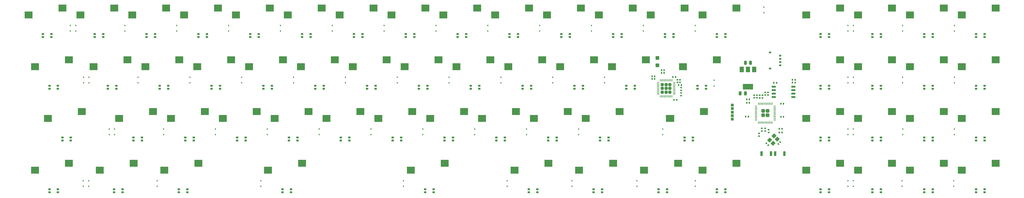
<source format=gbr>
%TF.GenerationSoftware,KiCad,Pcbnew,(6.0.10-0)*%
%TF.CreationDate,2023-02-15T12:55:37-06:00*%
%TF.ProjectId,The-GarlicBoard-2,5468652d-4761-4726-9c69-63426f617264,rev?*%
%TF.SameCoordinates,Original*%
%TF.FileFunction,Paste,Bot*%
%TF.FilePolarity,Positive*%
%FSLAX46Y46*%
G04 Gerber Fmt 4.6, Leading zero omitted, Abs format (unit mm)*
G04 Created by KiCad (PCBNEW (6.0.10-0)) date 2023-02-15 12:55:37*
%MOMM*%
%LPD*%
G01*
G04 APERTURE LIST*
G04 Aperture macros list*
%AMRoundRect*
0 Rectangle with rounded corners*
0 $1 Rounding radius*
0 $2 $3 $4 $5 $6 $7 $8 $9 X,Y pos of 4 corners*
0 Add a 4 corners polygon primitive as box body*
4,1,4,$2,$3,$4,$5,$6,$7,$8,$9,$2,$3,0*
0 Add four circle primitives for the rounded corners*
1,1,$1+$1,$2,$3*
1,1,$1+$1,$4,$5*
1,1,$1+$1,$6,$7*
1,1,$1+$1,$8,$9*
0 Add four rect primitives between the rounded corners*
20,1,$1+$1,$2,$3,$4,$5,0*
20,1,$1+$1,$4,$5,$6,$7,0*
20,1,$1+$1,$6,$7,$8,$9,0*
20,1,$1+$1,$8,$9,$2,$3,0*%
%AMRotRect*
0 Rectangle, with rotation*
0 The origin of the aperture is its center*
0 $1 length*
0 $2 width*
0 $3 Rotation angle, in degrees counterclockwise*
0 Add horizontal line*
21,1,$1,$2,0,0,$3*%
G04 Aperture macros list end*
%ADD10R,3.000000X2.500000*%
%ADD11R,3.012000X2.520000*%
%ADD12RoundRect,0.070000X-0.330000X-0.280000X0.330000X-0.280000X0.330000X0.280000X-0.330000X0.280000X0*%
%ADD13RoundRect,0.140000X0.140000X0.170000X-0.140000X0.170000X-0.140000X-0.170000X0.140000X-0.170000X0*%
%ADD14R,1.000000X1.000000*%
%ADD15R,0.450000X0.600000*%
%ADD16RoundRect,0.135000X0.135000X0.185000X-0.135000X0.185000X-0.135000X-0.185000X0.135000X-0.185000X0*%
%ADD17RoundRect,0.140000X0.170000X-0.140000X0.170000X0.140000X-0.170000X0.140000X-0.170000X-0.140000X0*%
%ADD18RoundRect,0.250000X0.315000X-0.315000X0.315000X0.315000X-0.315000X0.315000X-0.315000X-0.315000X0*%
%ADD19RoundRect,0.050000X0.050000X-0.375000X0.050000X0.375000X-0.050000X0.375000X-0.050000X-0.375000X0*%
%ADD20RoundRect,0.050000X0.375000X-0.050000X0.375000X0.050000X-0.375000X0.050000X-0.375000X-0.050000X0*%
%ADD21RotRect,1.400000X1.200000X45.000000*%
%ADD22RoundRect,0.140000X0.219203X0.021213X0.021213X0.219203X-0.219203X-0.021213X-0.021213X-0.219203X0*%
%ADD23RoundRect,0.140000X-0.140000X-0.170000X0.140000X-0.170000X0.140000X0.170000X-0.140000X0.170000X0*%
%ADD24RoundRect,0.249999X0.395001X0.395001X-0.395001X0.395001X-0.395001X-0.395001X0.395001X-0.395001X0*%
%ADD25RoundRect,0.050000X0.387500X0.050000X-0.387500X0.050000X-0.387500X-0.050000X0.387500X-0.050000X0*%
%ADD26RoundRect,0.050000X0.050000X0.387500X-0.050000X0.387500X-0.050000X-0.387500X0.050000X-0.387500X0*%
%ADD27RoundRect,0.135000X-0.135000X-0.185000X0.135000X-0.185000X0.135000X0.185000X-0.135000X0.185000X0*%
%ADD28RoundRect,0.250000X0.425000X-0.450000X0.425000X0.450000X-0.425000X0.450000X-0.425000X-0.450000X0*%
%ADD29RoundRect,0.135000X0.185000X-0.135000X0.185000X0.135000X-0.185000X0.135000X-0.185000X-0.135000X0*%
%ADD30RoundRect,0.140000X-0.170000X0.140000X-0.170000X-0.140000X0.170000X-0.140000X0.170000X0.140000X0*%
%ADD31RoundRect,0.140000X0.021213X-0.219203X0.219203X-0.021213X-0.021213X0.219203X-0.219203X0.021213X0*%
%ADD32R,0.900000X1.700000*%
%ADD33R,1.500000X2.000000*%
%ADD34R,3.800000X2.000000*%
%ADD35RoundRect,0.150000X0.275000X-0.150000X0.275000X0.150000X-0.275000X0.150000X-0.275000X-0.150000X0*%
%ADD36RoundRect,0.175000X0.225000X-0.175000X0.225000X0.175000X-0.225000X0.175000X-0.225000X-0.175000X0*%
%ADD37RoundRect,0.250000X0.250000X0.475000X-0.250000X0.475000X-0.250000X-0.475000X0.250000X-0.475000X0*%
%ADD38RoundRect,0.135000X-0.185000X0.135000X-0.185000X-0.135000X0.185000X-0.135000X0.185000X0.135000X0*%
%ADD39RoundRect,0.150000X0.650000X0.150000X-0.650000X0.150000X-0.650000X-0.150000X0.650000X-0.150000X0*%
G04 APERTURE END LIST*
D10*
X209030000Y-117602000D03*
X221500000Y-115062000D03*
X94730000Y-117602000D03*
X107200000Y-115062000D03*
X375654000Y-155702000D03*
X388124000Y-153162000D03*
X242304000Y-98552000D03*
X254774000Y-96012000D03*
D11*
X268497750Y-136652000D03*
D10*
X280967750Y-134112000D03*
X280404000Y-155702000D03*
X292874000Y-153162000D03*
X82696750Y-155702000D03*
X95166750Y-153162000D03*
X180328000Y-136652000D03*
X192798000Y-134112000D03*
X237478000Y-136652000D03*
X249948000Y-134112000D03*
X151880000Y-117602000D03*
X164350000Y-115062000D03*
X273260250Y-117602000D03*
X285730250Y-115062000D03*
X204204000Y-98552000D03*
X216674000Y-96012000D03*
X173216000Y-155702000D03*
X185686000Y-153162000D03*
X142228000Y-136652000D03*
X154698000Y-134112000D03*
X123178000Y-136652000D03*
X135648000Y-134112000D03*
X56630000Y-117602000D03*
X69100000Y-115062000D03*
X318504000Y-155702000D03*
X330974000Y-153162000D03*
X89904000Y-98552000D03*
X102374000Y-96012000D03*
X70854000Y-98552000D03*
X83324000Y-96012000D03*
X356604000Y-117602000D03*
X369074000Y-115062000D03*
X235096750Y-155702000D03*
X247566750Y-153162000D03*
X280404000Y-98552000D03*
X292874000Y-96012000D03*
X75680000Y-117602000D03*
X88150000Y-115062000D03*
X258972750Y-155702000D03*
X271442750Y-153162000D03*
X356604000Y-155702000D03*
X369074000Y-153162000D03*
X113780000Y-117602000D03*
X126250000Y-115062000D03*
X132830000Y-117602000D03*
X145300000Y-115062000D03*
X375654000Y-117602000D03*
X388124000Y-115062000D03*
X337554000Y-136652000D03*
X350024000Y-134112000D03*
X318504000Y-117602000D03*
X330974000Y-115062000D03*
X318504000Y-136652000D03*
X330974000Y-134112000D03*
X218428000Y-136652000D03*
X230898000Y-134112000D03*
X120796750Y-155702000D03*
X133266750Y-153162000D03*
X58916000Y-155702000D03*
X71386000Y-153162000D03*
X35135250Y-155702000D03*
X47605250Y-153162000D03*
X170930000Y-117602000D03*
X183400000Y-115062000D03*
X228080000Y-117602000D03*
X240550000Y-115062000D03*
X166104000Y-98552000D03*
X178574000Y-96012000D03*
X318504000Y-98552000D03*
X330974000Y-96012000D03*
X375654000Y-98552000D03*
X388124000Y-96012000D03*
X51804000Y-98552000D03*
X64274000Y-96012000D03*
X247130000Y-117602000D03*
X259600000Y-115062000D03*
X35135250Y-117602000D03*
X47605250Y-115062000D03*
X185154000Y-98552000D03*
X197624000Y-96012000D03*
X108954000Y-98552000D03*
X121424000Y-96012000D03*
X32754000Y-98552000D03*
X45224000Y-96012000D03*
X211316000Y-155702000D03*
X223786000Y-153162000D03*
X66028000Y-136652000D03*
X78498000Y-134112000D03*
X356604000Y-136652000D03*
X369074000Y-134112000D03*
X39897750Y-136652000D03*
X52367750Y-134112000D03*
X223254000Y-98552000D03*
X235724000Y-96012000D03*
X337554000Y-155702000D03*
X350024000Y-153162000D03*
X337554000Y-117602000D03*
X350024000Y-115062000D03*
X189980000Y-117602000D03*
X202450000Y-115062000D03*
X261354000Y-98552000D03*
X273824000Y-96012000D03*
X161278000Y-136652000D03*
X173748000Y-134112000D03*
X85078000Y-136652000D03*
X97548000Y-134112000D03*
X356604000Y-98552000D03*
X369074000Y-96012000D03*
X337554000Y-98552000D03*
X350024000Y-96012000D03*
X199378000Y-136652000D03*
X211848000Y-134112000D03*
X104128000Y-136652000D03*
X116598000Y-134112000D03*
X147054000Y-98552000D03*
X159524000Y-96012000D03*
X375654000Y-136652000D03*
X388124000Y-134112000D03*
X128004000Y-98552000D03*
X140474000Y-96012000D03*
D12*
X285724000Y-106722000D03*
X285724000Y-105622000D03*
X288824000Y-105622000D03*
X288824000Y-106722000D03*
X273817750Y-144822000D03*
X273817750Y-143722000D03*
X276917750Y-143722000D03*
X276917750Y-144822000D03*
D13*
X297269000Y-135979000D03*
X296309000Y-135979000D03*
D14*
X291350000Y-135650000D03*
D12*
X240416750Y-163872000D03*
X240416750Y-162772000D03*
X243516750Y-162772000D03*
X243516750Y-163872000D03*
D15*
X220600000Y-104525000D03*
X220600000Y-102425000D03*
X333900000Y-104525000D03*
X333900000Y-102425000D03*
D16*
X270985000Y-129775000D03*
X269965000Y-129775000D03*
D17*
X304508000Y-128026200D03*
X304508000Y-127066200D03*
D13*
X272625000Y-124350000D03*
X271665000Y-124350000D03*
D15*
X163450000Y-104525000D03*
X163450000Y-102425000D03*
X258700000Y-104525000D03*
X258700000Y-102425000D03*
D12*
X285724000Y-163872000D03*
X285724000Y-162772000D03*
X288824000Y-162772000D03*
X288824000Y-163872000D03*
X133324000Y-106722000D03*
X133324000Y-105622000D03*
X136424000Y-105622000D03*
X136424000Y-106722000D03*
D15*
X353950000Y-123575000D03*
X353950000Y-121475000D03*
X168250000Y-123575000D03*
X168250000Y-121475000D03*
D18*
X265650000Y-125600000D03*
X268450000Y-124200000D03*
X265650000Y-127000000D03*
X268450000Y-125600000D03*
X267050000Y-124200000D03*
X265650000Y-124200000D03*
X267050000Y-125600000D03*
X267050000Y-127000000D03*
X268450000Y-127000000D03*
D19*
X269250000Y-128550000D03*
X268850000Y-128550000D03*
X268450000Y-128550000D03*
X268050000Y-128550000D03*
X267650000Y-128550000D03*
X267250000Y-128550000D03*
X266850000Y-128550000D03*
X266450000Y-128550000D03*
X266050000Y-128550000D03*
X265650000Y-128550000D03*
X265250000Y-128550000D03*
X264850000Y-128550000D03*
D20*
X264100000Y-127800000D03*
X264100000Y-127400000D03*
X264100000Y-127000000D03*
X264100000Y-126600000D03*
X264100000Y-126200000D03*
X264100000Y-125800000D03*
X264100000Y-125400000D03*
X264100000Y-125000000D03*
X264100000Y-124600000D03*
X264100000Y-124200000D03*
X264100000Y-123800000D03*
X264100000Y-123400000D03*
D19*
X264850000Y-122650000D03*
X265250000Y-122650000D03*
X265650000Y-122650000D03*
X266050000Y-122650000D03*
X266450000Y-122650000D03*
X266850000Y-122650000D03*
X267250000Y-122650000D03*
X267650000Y-122650000D03*
X268050000Y-122650000D03*
X268450000Y-122650000D03*
X268850000Y-122650000D03*
X269250000Y-122650000D03*
D20*
X270000000Y-123400000D03*
X270000000Y-123800000D03*
X270000000Y-124200000D03*
X270000000Y-124600000D03*
X270000000Y-125000000D03*
X270000000Y-125400000D03*
X270000000Y-125800000D03*
X270000000Y-126200000D03*
X270000000Y-126600000D03*
X270000000Y-127000000D03*
X270000000Y-127400000D03*
X270000000Y-127800000D03*
D12*
X100050000Y-125772000D03*
X100050000Y-124672000D03*
X103150000Y-124672000D03*
X103150000Y-125772000D03*
D15*
X130150000Y-123575000D03*
X130150000Y-121475000D03*
D13*
X266330000Y-118900000D03*
X265370000Y-118900000D03*
D15*
X196700000Y-142625000D03*
X196700000Y-140525000D03*
D17*
X272175000Y-123380000D03*
X272175000Y-122420000D03*
D15*
X215750000Y-142625000D03*
X215750000Y-140525000D03*
D21*
X305121142Y-144626777D03*
X306676777Y-143071142D03*
X307878858Y-144273223D03*
X306323223Y-145828858D03*
D12*
X380974000Y-163872000D03*
X380974000Y-162772000D03*
X384074000Y-162772000D03*
X384074000Y-163872000D03*
D15*
X144400000Y-104525000D03*
X144400000Y-102425000D03*
X101450000Y-142625000D03*
X101450000Y-140525000D03*
D12*
X81000000Y-125772000D03*
X81000000Y-124672000D03*
X84100000Y-124672000D03*
X84100000Y-125772000D03*
D15*
X239650000Y-104525000D03*
X239650000Y-102425000D03*
X48150000Y-104525000D03*
X48150000Y-102425000D03*
D22*
X304589411Y-146509411D03*
X303910589Y-145830589D03*
D12*
X323824000Y-144822000D03*
X323824000Y-143722000D03*
X326924000Y-143722000D03*
X326924000Y-144822000D03*
X114274000Y-106722000D03*
X114274000Y-105622000D03*
X117374000Y-105622000D03*
X117374000Y-106722000D03*
D15*
X265817750Y-142625000D03*
X265817750Y-140525000D03*
D12*
X323824000Y-106722000D03*
X323824000Y-105622000D03*
X326924000Y-105622000D03*
X326924000Y-106722000D03*
D15*
X68200000Y-104525000D03*
X68200000Y-102425000D03*
D12*
X223748000Y-144822000D03*
X223748000Y-143722000D03*
X226848000Y-143722000D03*
X226848000Y-144822000D03*
D15*
X106300000Y-104525000D03*
X106300000Y-102425000D03*
X206400000Y-123575000D03*
X206400000Y-121475000D03*
D12*
X61950000Y-125772000D03*
X61950000Y-124672000D03*
X65050000Y-124672000D03*
X65050000Y-125772000D03*
D23*
X309235000Y-131280000D03*
X310195000Y-131280000D03*
D15*
X335850000Y-161675000D03*
X335850000Y-159575000D03*
D12*
X323824000Y-163872000D03*
X323824000Y-162772000D03*
X326924000Y-162772000D03*
X326924000Y-163872000D03*
D14*
X291350000Y-133050000D03*
D12*
X119100000Y-125772000D03*
X119100000Y-124672000D03*
X122200000Y-124672000D03*
X122200000Y-125772000D03*
D24*
X302692000Y-135509000D03*
X304292000Y-135509000D03*
X304292000Y-133909000D03*
X302692000Y-133909000D03*
D25*
X306929500Y-132109000D03*
X306929500Y-132509000D03*
X306929500Y-132909000D03*
X306929500Y-133309000D03*
X306929500Y-133709000D03*
X306929500Y-134109000D03*
X306929500Y-134509000D03*
X306929500Y-134909000D03*
X306929500Y-135309000D03*
X306929500Y-135709000D03*
X306929500Y-136109000D03*
X306929500Y-136509000D03*
X306929500Y-136909000D03*
X306929500Y-137309000D03*
D26*
X306092000Y-138146500D03*
X305692000Y-138146500D03*
X305292000Y-138146500D03*
X304892000Y-138146500D03*
X304492000Y-138146500D03*
X304092000Y-138146500D03*
X303692000Y-138146500D03*
X303292000Y-138146500D03*
X302892000Y-138146500D03*
X302492000Y-138146500D03*
X302092000Y-138146500D03*
X301692000Y-138146500D03*
X301292000Y-138146500D03*
X300892000Y-138146500D03*
D25*
X300054500Y-137309000D03*
X300054500Y-136909000D03*
X300054500Y-136509000D03*
X300054500Y-136109000D03*
X300054500Y-135709000D03*
X300054500Y-135309000D03*
X300054500Y-134909000D03*
X300054500Y-134509000D03*
X300054500Y-134109000D03*
X300054500Y-133709000D03*
X300054500Y-133309000D03*
X300054500Y-132909000D03*
X300054500Y-132509000D03*
X300054500Y-132109000D03*
D26*
X300892000Y-131271500D03*
X301292000Y-131271500D03*
X301692000Y-131271500D03*
X302092000Y-131271500D03*
X302492000Y-131271500D03*
X302892000Y-131271500D03*
X303292000Y-131271500D03*
X303692000Y-131271500D03*
X304092000Y-131271500D03*
X304492000Y-131271500D03*
X304892000Y-131271500D03*
X305292000Y-131271500D03*
X305692000Y-131271500D03*
X306092000Y-131271500D03*
D15*
X52900000Y-161675000D03*
X52900000Y-159575000D03*
D12*
X361924000Y-163872000D03*
X361924000Y-162772000D03*
X365024000Y-162772000D03*
X365024000Y-163872000D03*
D15*
X208686000Y-161675000D03*
X208686000Y-159575000D03*
X120500000Y-142625000D03*
X120500000Y-140525000D03*
X335900000Y-123575000D03*
X335900000Y-121475000D03*
D12*
X190474000Y-106722000D03*
X190474000Y-105622000D03*
X193574000Y-105622000D03*
X193574000Y-106722000D03*
D27*
X308650002Y-141800000D03*
X309670002Y-141800000D03*
D15*
X182500000Y-104525000D03*
X182500000Y-102425000D03*
D12*
X126116750Y-163872000D03*
X126116750Y-162772000D03*
X129216750Y-162772000D03*
X129216750Y-163872000D03*
D15*
X139550000Y-142625000D03*
X139550000Y-140525000D03*
X244450000Y-123575000D03*
X244450000Y-121475000D03*
D12*
X216636000Y-163872000D03*
X216636000Y-162772000D03*
X219736000Y-162772000D03*
X219736000Y-163872000D03*
D15*
X87250000Y-104525000D03*
X87250000Y-102425000D03*
D12*
X138150000Y-125772000D03*
X138150000Y-124672000D03*
X141250000Y-124672000D03*
X141250000Y-125772000D03*
X361924000Y-144822000D03*
X361924000Y-143722000D03*
X365024000Y-143722000D03*
X365024000Y-144822000D03*
D15*
X54976000Y-123575000D03*
X54976000Y-121475000D03*
D12*
X147550000Y-144822000D03*
X147550000Y-143722000D03*
X150650000Y-143722000D03*
X150650000Y-144822000D03*
X71348000Y-144822000D03*
X71348000Y-143722000D03*
X74448000Y-143722000D03*
X74448000Y-144822000D03*
D15*
X64374000Y-142625000D03*
X64374000Y-140525000D03*
D28*
X263850000Y-117100000D03*
X263850000Y-114400000D03*
D15*
X353950000Y-104525000D03*
X353950000Y-102425000D03*
D29*
X272600000Y-126310000D03*
X272600000Y-125290000D03*
D17*
X271200000Y-123380000D03*
X271200000Y-122420000D03*
D13*
X262840000Y-122115000D03*
X261880000Y-122115000D03*
D14*
X291350000Y-134350000D03*
D12*
X178536000Y-163872000D03*
X178536000Y-162772000D03*
X181636000Y-162772000D03*
X181636000Y-163872000D03*
D15*
X149200000Y-123575000D03*
X149200000Y-121475000D03*
D12*
X185648000Y-144822000D03*
X185648000Y-143722000D03*
X188748000Y-143722000D03*
X188748000Y-144822000D03*
X380974000Y-144822000D03*
X380974000Y-143722000D03*
X384074000Y-143722000D03*
X384074000Y-144822000D03*
X342874000Y-144822000D03*
X342874000Y-143722000D03*
X345974000Y-143722000D03*
X345974000Y-144822000D03*
D15*
X177650000Y-142625000D03*
X177650000Y-140525000D03*
X234850000Y-142625000D03*
X234850000Y-140525000D03*
D17*
X299428000Y-129062400D03*
X299428000Y-128102400D03*
D15*
X225400000Y-123575000D03*
X225400000Y-121475000D03*
D12*
X214350000Y-125772000D03*
X214350000Y-124672000D03*
X217450000Y-124672000D03*
X217450000Y-125772000D03*
D15*
X373000000Y-123575000D03*
X373000000Y-121475000D03*
D12*
X195300000Y-125772000D03*
X195300000Y-124672000D03*
X198400000Y-124672000D03*
X198400000Y-125772000D03*
D27*
X313455000Y-123424000D03*
X314475000Y-123424000D03*
D12*
X342874000Y-106722000D03*
X342874000Y-105622000D03*
X345974000Y-105622000D03*
X345974000Y-106722000D03*
D15*
X373000000Y-104525000D03*
X373000000Y-102425000D03*
X125350000Y-104525000D03*
X125350000Y-102425000D03*
D30*
X303450000Y-140320000D03*
X303450000Y-141280000D03*
D13*
X297650000Y-129629000D03*
X296690000Y-129629000D03*
D15*
X50150000Y-104525000D03*
X50150000Y-102425000D03*
D12*
X361924000Y-125772000D03*
X361924000Y-124672000D03*
X365024000Y-124672000D03*
X365024000Y-125772000D03*
D15*
X54900000Y-161675000D03*
X54900000Y-159575000D03*
D12*
X76174000Y-106722000D03*
X76174000Y-105622000D03*
X79274000Y-105622000D03*
X79274000Y-106722000D03*
D15*
X92050000Y-123575000D03*
X92050000Y-121475000D03*
X256342750Y-161675000D03*
X256342750Y-159575000D03*
D12*
X278580250Y-125772000D03*
X278580250Y-124672000D03*
X281680250Y-124672000D03*
X281680250Y-125772000D03*
D15*
X284650000Y-124700000D03*
X284650000Y-122600000D03*
X158600000Y-142625000D03*
X158600000Y-140525000D03*
X62400000Y-142625000D03*
X62400000Y-140525000D03*
D27*
X308650002Y-140450000D03*
X309670002Y-140450000D03*
D15*
X187300000Y-123575000D03*
X187300000Y-121475000D03*
D12*
X266674000Y-106722000D03*
X266674000Y-105622000D03*
X269774000Y-105622000D03*
X269774000Y-106722000D03*
X57124000Y-106722000D03*
X57124000Y-105622000D03*
X60224000Y-105622000D03*
X60224000Y-106722000D03*
X342874000Y-125772000D03*
X342874000Y-124672000D03*
X345974000Y-124672000D03*
X345974000Y-125772000D03*
D14*
X291350000Y-136950000D03*
D31*
X308310589Y-146039411D03*
X308989411Y-145360589D03*
D12*
X242798000Y-144822000D03*
X242798000Y-143722000D03*
X245898000Y-143722000D03*
X245898000Y-144822000D03*
D32*
X307100500Y-149600000D03*
X310500500Y-149600000D03*
D15*
X170586000Y-161675000D03*
X170586000Y-159575000D03*
D12*
X45217750Y-144822000D03*
X45217750Y-143722000D03*
X48317750Y-143722000D03*
X48317750Y-144822000D03*
D13*
X262840000Y-121140000D03*
X261880000Y-121140000D03*
D12*
X233400000Y-125772000D03*
X233400000Y-124672000D03*
X236500000Y-124672000D03*
X236500000Y-125772000D03*
D15*
X335850000Y-142625000D03*
X335850000Y-140525000D03*
D32*
X305547500Y-149600000D03*
X302147500Y-149600000D03*
D23*
X306625000Y-123499000D03*
X307585000Y-123499000D03*
D15*
X201550000Y-104525000D03*
X201550000Y-102425000D03*
D12*
X380974000Y-106722000D03*
X380974000Y-105622000D03*
X384074000Y-105622000D03*
X384074000Y-106722000D03*
D33*
X294800000Y-118650000D03*
D34*
X297100000Y-124950000D03*
D33*
X297100000Y-118650000D03*
X299400000Y-118650000D03*
D15*
X373000000Y-142625000D03*
X373000000Y-140525000D03*
X80066750Y-161675000D03*
X80066750Y-159575000D03*
X333900000Y-142625000D03*
X333900000Y-140525000D03*
D27*
X269490000Y-121400000D03*
X270510000Y-121400000D03*
D15*
X335900000Y-104525000D03*
X335900000Y-102425000D03*
D12*
X323824000Y-125772000D03*
X323824000Y-124672000D03*
X326924000Y-124672000D03*
X326924000Y-125772000D03*
D15*
X82400000Y-142625000D03*
X82400000Y-140525000D03*
D12*
X64236000Y-163872000D03*
X64236000Y-162772000D03*
X67336000Y-162772000D03*
X67336000Y-163872000D03*
D15*
X111100000Y-123575000D03*
X111100000Y-121475000D03*
X372750000Y-161675000D03*
X372750000Y-159575000D03*
D12*
X40455250Y-125772000D03*
X40455250Y-124672000D03*
X43555250Y-124672000D03*
X43555250Y-125772000D03*
D29*
X304700000Y-141810000D03*
X304700000Y-140790000D03*
D30*
X302200000Y-140320000D03*
X302200000Y-141280000D03*
D35*
X309010000Y-117140000D03*
X309010000Y-115940000D03*
X309010000Y-114740000D03*
X309010000Y-113540000D03*
D36*
X305235000Y-112390000D03*
X305235000Y-118290000D03*
D15*
X303000000Y-97750000D03*
X303000000Y-95650000D03*
D12*
X342874000Y-163872000D03*
X342874000Y-162772000D03*
X345974000Y-162772000D03*
X345974000Y-163872000D03*
D37*
X296150000Y-127400000D03*
X294250000Y-127400000D03*
D12*
X109448000Y-144822000D03*
X109448000Y-143722000D03*
X112548000Y-143722000D03*
X112548000Y-144822000D03*
D15*
X118166750Y-161675000D03*
X118166750Y-159575000D03*
D38*
X301460000Y-128072400D03*
X301460000Y-129092400D03*
D12*
X157200000Y-125772000D03*
X157200000Y-124672000D03*
X160300000Y-124672000D03*
X160300000Y-125772000D03*
D23*
X309235000Y-136106000D03*
X310195000Y-136106000D03*
D13*
X297650000Y-130899000D03*
X296690000Y-130899000D03*
D15*
X354000000Y-142625000D03*
X354000000Y-140525000D03*
D12*
X40455250Y-163872000D03*
X40455250Y-162772000D03*
X43555250Y-162772000D03*
X43555250Y-163872000D03*
D15*
X53000000Y-123575000D03*
X53000000Y-121475000D03*
D12*
X176250000Y-125772000D03*
X176250000Y-124672000D03*
X179350000Y-124672000D03*
X179350000Y-125772000D03*
D16*
X314475000Y-122424000D03*
X313455000Y-122424000D03*
D12*
X361924000Y-106722000D03*
X361924000Y-105622000D03*
X365024000Y-105622000D03*
X365024000Y-106722000D03*
X264292750Y-163872000D03*
X264292750Y-162772000D03*
X267392750Y-162772000D03*
X267392750Y-163872000D03*
X166598000Y-144822000D03*
X166598000Y-143722000D03*
X169698000Y-143722000D03*
X169698000Y-144822000D03*
X247624000Y-106722000D03*
X247624000Y-105622000D03*
X250724000Y-105622000D03*
X250724000Y-106722000D03*
X204698000Y-144822000D03*
X204698000Y-143722000D03*
X207798000Y-143722000D03*
X207798000Y-144822000D03*
D17*
X303500000Y-128030000D03*
X303500000Y-127070000D03*
D39*
X313825000Y-124995000D03*
X313825000Y-126265000D03*
X313825000Y-127535000D03*
X313825000Y-128805000D03*
X306625000Y-128805000D03*
X306625000Y-127535000D03*
X306625000Y-126265000D03*
X306625000Y-124995000D03*
D12*
X228574000Y-106722000D03*
X228574000Y-105622000D03*
X231674000Y-105622000D03*
X231674000Y-106722000D03*
X171424000Y-106722000D03*
X171424000Y-105622000D03*
X174524000Y-105622000D03*
X174524000Y-106722000D03*
D15*
X232466750Y-161675000D03*
X232466750Y-159575000D03*
D12*
X128498000Y-144822000D03*
X128498000Y-143722000D03*
X131598000Y-143722000D03*
X131598000Y-144822000D03*
D38*
X272600000Y-127240000D03*
X272600000Y-128260000D03*
D12*
X380974000Y-125772000D03*
X380974000Y-124672000D03*
X384074000Y-124672000D03*
X384074000Y-125772000D03*
X152374000Y-106722000D03*
X152374000Y-105622000D03*
X155474000Y-105622000D03*
X155474000Y-106722000D03*
D38*
X302476000Y-128075000D03*
X302476000Y-129095000D03*
D15*
X277750000Y-104525000D03*
X277750000Y-102425000D03*
X353800000Y-161675000D03*
X353800000Y-159575000D03*
X277774000Y-161675000D03*
X277774000Y-159575000D03*
D12*
X38074000Y-106722000D03*
X38074000Y-105622000D03*
X41174000Y-105622000D03*
X41174000Y-106722000D03*
D14*
X291350000Y-131750000D03*
D12*
X209524000Y-106722000D03*
X209524000Y-105622000D03*
X212624000Y-105622000D03*
X212624000Y-106722000D03*
D13*
X266330000Y-119900000D03*
X265370000Y-119900000D03*
D12*
X95224000Y-106722000D03*
X95224000Y-105622000D03*
X98324000Y-105622000D03*
X98324000Y-106722000D03*
X88016750Y-163872000D03*
X88016750Y-162772000D03*
X91116750Y-162772000D03*
X91116750Y-163872000D03*
D29*
X301150000Y-143210000D03*
X301150000Y-142190000D03*
D37*
X298050000Y-116200000D03*
X296150000Y-116200000D03*
D15*
X333900000Y-161675000D03*
X333900000Y-159575000D03*
D12*
X90398000Y-144822000D03*
X90398000Y-143722000D03*
X93498000Y-143722000D03*
X93498000Y-144822000D03*
D15*
X333900000Y-123575000D03*
X333900000Y-121475000D03*
D17*
X300444000Y-129062400D03*
X300444000Y-128102400D03*
D12*
X252450000Y-125772000D03*
X252450000Y-124672000D03*
X255550000Y-124672000D03*
X255550000Y-125772000D03*
D15*
X73050000Y-123575000D03*
X73050000Y-121475000D03*
M02*

</source>
